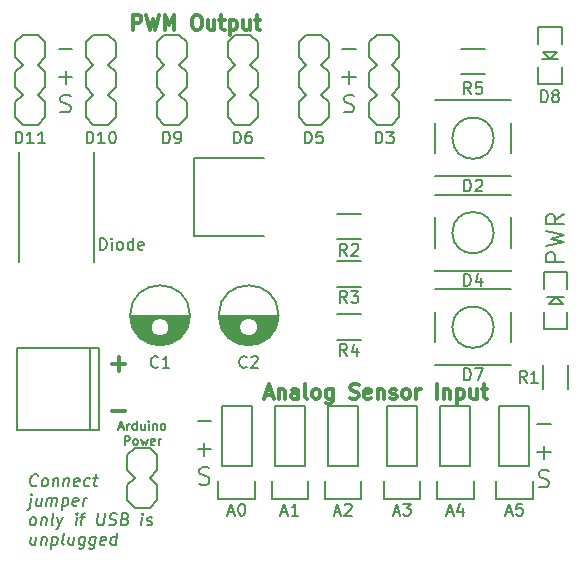
<source format=gbr>
G04 #@! TF.FileFunction,Legend,Top*
%FSLAX46Y46*%
G04 Gerber Fmt 4.6, Leading zero omitted, Abs format (unit mm)*
G04 Created by KiCad (PCBNEW 4.0.4-stable) date Friday, October 14, 2016 'PMt' 06:06:23 PM*
%MOMM*%
%LPD*%
G01*
G04 APERTURE LIST*
%ADD10C,0.100000*%
%ADD11C,0.150000*%
%ADD12C,0.300000*%
%ADD13C,0.203200*%
G04 APERTURE END LIST*
D10*
D11*
X116053572Y-96987500D02*
X116410715Y-96987500D01*
X115982144Y-97201786D02*
X116232144Y-96451786D01*
X116482144Y-97201786D01*
X116732143Y-97201786D02*
X116732143Y-96701786D01*
X116732143Y-96844643D02*
X116767858Y-96773214D01*
X116803572Y-96737500D01*
X116875001Y-96701786D01*
X116946429Y-96701786D01*
X117517858Y-97201786D02*
X117517858Y-96451786D01*
X117517858Y-97166071D02*
X117446429Y-97201786D01*
X117303572Y-97201786D01*
X117232144Y-97166071D01*
X117196429Y-97130357D01*
X117160715Y-97058929D01*
X117160715Y-96844643D01*
X117196429Y-96773214D01*
X117232144Y-96737500D01*
X117303572Y-96701786D01*
X117446429Y-96701786D01*
X117517858Y-96737500D01*
X118196429Y-96701786D02*
X118196429Y-97201786D01*
X117875000Y-96701786D02*
X117875000Y-97094643D01*
X117910715Y-97166071D01*
X117982143Y-97201786D01*
X118089286Y-97201786D01*
X118160715Y-97166071D01*
X118196429Y-97130357D01*
X118553571Y-97201786D02*
X118553571Y-96701786D01*
X118553571Y-96451786D02*
X118517857Y-96487500D01*
X118553571Y-96523214D01*
X118589286Y-96487500D01*
X118553571Y-96451786D01*
X118553571Y-96523214D01*
X118910714Y-96701786D02*
X118910714Y-97201786D01*
X118910714Y-96773214D02*
X118946429Y-96737500D01*
X119017857Y-96701786D01*
X119125000Y-96701786D01*
X119196429Y-96737500D01*
X119232143Y-96808929D01*
X119232143Y-97201786D01*
X119696428Y-97201786D02*
X119625000Y-97166071D01*
X119589285Y-97130357D01*
X119553571Y-97058929D01*
X119553571Y-96844643D01*
X119589285Y-96773214D01*
X119625000Y-96737500D01*
X119696428Y-96701786D01*
X119803571Y-96701786D01*
X119875000Y-96737500D01*
X119910714Y-96773214D01*
X119946428Y-96844643D01*
X119946428Y-97058929D01*
X119910714Y-97130357D01*
X119875000Y-97166071D01*
X119803571Y-97201786D01*
X119696428Y-97201786D01*
X116517857Y-98476786D02*
X116517857Y-97726786D01*
X116803572Y-97726786D01*
X116875000Y-97762500D01*
X116910715Y-97798214D01*
X116946429Y-97869643D01*
X116946429Y-97976786D01*
X116910715Y-98048214D01*
X116875000Y-98083929D01*
X116803572Y-98119643D01*
X116517857Y-98119643D01*
X117375000Y-98476786D02*
X117303572Y-98441071D01*
X117267857Y-98405357D01*
X117232143Y-98333929D01*
X117232143Y-98119643D01*
X117267857Y-98048214D01*
X117303572Y-98012500D01*
X117375000Y-97976786D01*
X117482143Y-97976786D01*
X117553572Y-98012500D01*
X117589286Y-98048214D01*
X117625000Y-98119643D01*
X117625000Y-98333929D01*
X117589286Y-98405357D01*
X117553572Y-98441071D01*
X117482143Y-98476786D01*
X117375000Y-98476786D01*
X117875000Y-97976786D02*
X118017857Y-98476786D01*
X118160714Y-98119643D01*
X118303571Y-98476786D01*
X118446428Y-97976786D01*
X119017857Y-98441071D02*
X118946428Y-98476786D01*
X118803571Y-98476786D01*
X118732142Y-98441071D01*
X118696428Y-98369643D01*
X118696428Y-98083929D01*
X118732142Y-98012500D01*
X118803571Y-97976786D01*
X118946428Y-97976786D01*
X119017857Y-98012500D01*
X119053571Y-98083929D01*
X119053571Y-98155357D01*
X118696428Y-98226786D01*
X119374999Y-98476786D02*
X119374999Y-97976786D01*
X119374999Y-98119643D02*
X119410714Y-98048214D01*
X119446428Y-98012500D01*
X119517857Y-97976786D01*
X119589285Y-97976786D01*
X109077381Y-101882143D02*
X109023810Y-101929762D01*
X108875000Y-101977381D01*
X108779762Y-101977381D01*
X108642857Y-101929762D01*
X108559524Y-101834524D01*
X108523809Y-101739286D01*
X108500000Y-101548810D01*
X108517857Y-101405952D01*
X108589286Y-101215476D01*
X108648809Y-101120238D01*
X108755952Y-101025000D01*
X108904762Y-100977381D01*
X109000000Y-100977381D01*
X109136905Y-101025000D01*
X109178572Y-101072619D01*
X109636904Y-101977381D02*
X109547619Y-101929762D01*
X109505952Y-101882143D01*
X109470238Y-101786905D01*
X109505952Y-101501190D01*
X109565476Y-101405952D01*
X109619047Y-101358333D01*
X109720238Y-101310714D01*
X109863096Y-101310714D01*
X109952381Y-101358333D01*
X109994048Y-101405952D01*
X110029762Y-101501190D01*
X109994048Y-101786905D01*
X109934524Y-101882143D01*
X109880953Y-101929762D01*
X109779762Y-101977381D01*
X109636904Y-101977381D01*
X110482143Y-101310714D02*
X110398809Y-101977381D01*
X110470238Y-101405952D02*
X110523809Y-101358333D01*
X110625000Y-101310714D01*
X110767858Y-101310714D01*
X110857143Y-101358333D01*
X110892858Y-101453571D01*
X110827381Y-101977381D01*
X111386905Y-101310714D02*
X111303571Y-101977381D01*
X111375000Y-101405952D02*
X111428571Y-101358333D01*
X111529762Y-101310714D01*
X111672620Y-101310714D01*
X111761905Y-101358333D01*
X111797620Y-101453571D01*
X111732143Y-101977381D01*
X112595239Y-101929762D02*
X112494048Y-101977381D01*
X112303571Y-101977381D01*
X112214286Y-101929762D01*
X112178572Y-101834524D01*
X112226191Y-101453571D01*
X112285714Y-101358333D01*
X112386905Y-101310714D01*
X112577382Y-101310714D01*
X112666667Y-101358333D01*
X112702382Y-101453571D01*
X112690477Y-101548810D01*
X112202381Y-101644048D01*
X113500001Y-101929762D02*
X113398810Y-101977381D01*
X113208333Y-101977381D01*
X113119048Y-101929762D01*
X113077381Y-101882143D01*
X113041667Y-101786905D01*
X113077381Y-101501190D01*
X113136905Y-101405952D01*
X113190476Y-101358333D01*
X113291667Y-101310714D01*
X113482144Y-101310714D01*
X113571429Y-101358333D01*
X113863096Y-101310714D02*
X114244048Y-101310714D01*
X114047619Y-100977381D02*
X113940477Y-101834524D01*
X113976191Y-101929762D01*
X114065476Y-101977381D01*
X114160714Y-101977381D01*
X108577381Y-102960714D02*
X108470238Y-103817857D01*
X108410714Y-103913095D01*
X108309524Y-103960714D01*
X108261905Y-103960714D01*
X108619047Y-102627381D02*
X108565476Y-102675000D01*
X108607143Y-102722619D01*
X108660714Y-102675000D01*
X108619047Y-102627381D01*
X108607143Y-102722619D01*
X109482143Y-102960714D02*
X109398809Y-103627381D01*
X109053571Y-102960714D02*
X108988095Y-103484524D01*
X109023809Y-103579762D01*
X109113094Y-103627381D01*
X109255952Y-103627381D01*
X109357143Y-103579762D01*
X109410714Y-103532143D01*
X109874999Y-103627381D02*
X109958333Y-102960714D01*
X109946428Y-103055952D02*
X109999999Y-103008333D01*
X110101190Y-102960714D01*
X110244048Y-102960714D01*
X110333333Y-103008333D01*
X110369048Y-103103571D01*
X110303571Y-103627381D01*
X110369048Y-103103571D02*
X110428571Y-103008333D01*
X110529762Y-102960714D01*
X110672619Y-102960714D01*
X110761904Y-103008333D01*
X110797619Y-103103571D01*
X110732142Y-103627381D01*
X111291666Y-102960714D02*
X111166666Y-103960714D01*
X111285713Y-103008333D02*
X111386904Y-102960714D01*
X111577381Y-102960714D01*
X111666666Y-103008333D01*
X111708333Y-103055952D01*
X111744047Y-103151190D01*
X111708333Y-103436905D01*
X111648809Y-103532143D01*
X111595238Y-103579762D01*
X111494047Y-103627381D01*
X111303570Y-103627381D01*
X111214285Y-103579762D01*
X112500000Y-103579762D02*
X112398809Y-103627381D01*
X112208332Y-103627381D01*
X112119047Y-103579762D01*
X112083333Y-103484524D01*
X112130952Y-103103571D01*
X112190475Y-103008333D01*
X112291666Y-102960714D01*
X112482143Y-102960714D01*
X112571428Y-103008333D01*
X112607143Y-103103571D01*
X112595238Y-103198810D01*
X112107142Y-103294048D01*
X112970237Y-103627381D02*
X113053571Y-102960714D01*
X113029761Y-103151190D02*
X113089285Y-103055952D01*
X113142856Y-103008333D01*
X113244047Y-102960714D01*
X113339286Y-102960714D01*
X108636904Y-105277381D02*
X108547619Y-105229762D01*
X108505952Y-105182143D01*
X108470238Y-105086905D01*
X108505952Y-104801190D01*
X108565476Y-104705952D01*
X108619047Y-104658333D01*
X108720238Y-104610714D01*
X108863096Y-104610714D01*
X108952381Y-104658333D01*
X108994048Y-104705952D01*
X109029762Y-104801190D01*
X108994048Y-105086905D01*
X108934524Y-105182143D01*
X108880953Y-105229762D01*
X108779762Y-105277381D01*
X108636904Y-105277381D01*
X109482143Y-104610714D02*
X109398809Y-105277381D01*
X109470238Y-104705952D02*
X109523809Y-104658333D01*
X109625000Y-104610714D01*
X109767858Y-104610714D01*
X109857143Y-104658333D01*
X109892858Y-104753571D01*
X109827381Y-105277381D01*
X110446428Y-105277381D02*
X110357143Y-105229762D01*
X110321429Y-105134524D01*
X110428571Y-104277381D01*
X110815477Y-104610714D02*
X110970238Y-105277381D01*
X111291668Y-104610714D02*
X110970238Y-105277381D01*
X110845238Y-105515476D01*
X110791667Y-105563095D01*
X110690477Y-105610714D01*
X112351191Y-105277381D02*
X112434525Y-104610714D01*
X112476191Y-104277381D02*
X112422620Y-104325000D01*
X112464287Y-104372619D01*
X112517858Y-104325000D01*
X112476191Y-104277381D01*
X112464287Y-104372619D01*
X112767858Y-104610714D02*
X113148810Y-104610714D01*
X112827381Y-105277381D02*
X112934524Y-104420238D01*
X112994048Y-104325000D01*
X113095238Y-104277381D01*
X113190476Y-104277381D01*
X114285715Y-104277381D02*
X114184525Y-105086905D01*
X114220239Y-105182143D01*
X114261906Y-105229762D01*
X114351191Y-105277381D01*
X114541668Y-105277381D01*
X114642859Y-105229762D01*
X114696430Y-105182143D01*
X114755954Y-105086905D01*
X114857144Y-104277381D01*
X115166668Y-105229762D02*
X115303572Y-105277381D01*
X115541668Y-105277381D01*
X115642859Y-105229762D01*
X115696430Y-105182143D01*
X115755954Y-105086905D01*
X115767859Y-104991667D01*
X115732144Y-104896429D01*
X115690478Y-104848810D01*
X115601192Y-104801190D01*
X115416668Y-104753571D01*
X115327382Y-104705952D01*
X115285715Y-104658333D01*
X115250001Y-104563095D01*
X115261906Y-104467857D01*
X115321430Y-104372619D01*
X115375001Y-104325000D01*
X115476191Y-104277381D01*
X115714287Y-104277381D01*
X115851192Y-104325000D01*
X116559526Y-104753571D02*
X116696430Y-104801190D01*
X116738097Y-104848810D01*
X116773811Y-104944048D01*
X116755954Y-105086905D01*
X116696430Y-105182143D01*
X116642859Y-105229762D01*
X116541668Y-105277381D01*
X116160715Y-105277381D01*
X116285715Y-104277381D01*
X116619049Y-104277381D01*
X116708335Y-104325000D01*
X116750002Y-104372619D01*
X116785716Y-104467857D01*
X116773811Y-104563095D01*
X116714287Y-104658333D01*
X116660716Y-104705952D01*
X116559526Y-104753571D01*
X116226192Y-104753571D01*
X117922620Y-105277381D02*
X118005954Y-104610714D01*
X118047620Y-104277381D02*
X117994049Y-104325000D01*
X118035716Y-104372619D01*
X118089287Y-104325000D01*
X118047620Y-104277381D01*
X118035716Y-104372619D01*
X118357144Y-105229762D02*
X118446429Y-105277381D01*
X118636905Y-105277381D01*
X118738097Y-105229762D01*
X118797621Y-105134524D01*
X118803573Y-105086905D01*
X118767859Y-104991667D01*
X118678572Y-104944048D01*
X118535715Y-104944048D01*
X118446429Y-104896429D01*
X118410715Y-104801190D01*
X118416668Y-104753571D01*
X118476191Y-104658333D01*
X118577382Y-104610714D01*
X118720239Y-104610714D01*
X118809525Y-104658333D01*
X109005953Y-106260714D02*
X108922619Y-106927381D01*
X108577381Y-106260714D02*
X108511905Y-106784524D01*
X108547619Y-106879762D01*
X108636904Y-106927381D01*
X108779762Y-106927381D01*
X108880953Y-106879762D01*
X108934524Y-106832143D01*
X109482143Y-106260714D02*
X109398809Y-106927381D01*
X109470238Y-106355952D02*
X109523809Y-106308333D01*
X109625000Y-106260714D01*
X109767858Y-106260714D01*
X109857143Y-106308333D01*
X109892858Y-106403571D01*
X109827381Y-106927381D01*
X110386905Y-106260714D02*
X110261905Y-107260714D01*
X110380952Y-106308333D02*
X110482143Y-106260714D01*
X110672620Y-106260714D01*
X110761905Y-106308333D01*
X110803572Y-106355952D01*
X110839286Y-106451190D01*
X110803572Y-106736905D01*
X110744048Y-106832143D01*
X110690477Y-106879762D01*
X110589286Y-106927381D01*
X110398809Y-106927381D01*
X110309524Y-106879762D01*
X111351190Y-106927381D02*
X111261905Y-106879762D01*
X111226191Y-106784524D01*
X111333333Y-105927381D01*
X112244049Y-106260714D02*
X112160715Y-106927381D01*
X111815477Y-106260714D02*
X111750001Y-106784524D01*
X111785715Y-106879762D01*
X111875000Y-106927381D01*
X112017858Y-106927381D01*
X112119049Y-106879762D01*
X112172620Y-106832143D01*
X113148811Y-106260714D02*
X113047620Y-107070238D01*
X112988096Y-107165476D01*
X112934525Y-107213095D01*
X112833334Y-107260714D01*
X112690477Y-107260714D01*
X112601191Y-107213095D01*
X113071430Y-106879762D02*
X112970239Y-106927381D01*
X112779762Y-106927381D01*
X112690477Y-106879762D01*
X112648810Y-106832143D01*
X112613096Y-106736905D01*
X112648810Y-106451190D01*
X112708334Y-106355952D01*
X112761905Y-106308333D01*
X112863096Y-106260714D01*
X113053573Y-106260714D01*
X113142858Y-106308333D01*
X114053573Y-106260714D02*
X113952382Y-107070238D01*
X113892858Y-107165476D01*
X113839287Y-107213095D01*
X113738096Y-107260714D01*
X113595239Y-107260714D01*
X113505953Y-107213095D01*
X113976192Y-106879762D02*
X113875001Y-106927381D01*
X113684524Y-106927381D01*
X113595239Y-106879762D01*
X113553572Y-106832143D01*
X113517858Y-106736905D01*
X113553572Y-106451190D01*
X113613096Y-106355952D01*
X113666667Y-106308333D01*
X113767858Y-106260714D01*
X113958335Y-106260714D01*
X114047620Y-106308333D01*
X114833335Y-106879762D02*
X114732144Y-106927381D01*
X114541667Y-106927381D01*
X114452382Y-106879762D01*
X114416668Y-106784524D01*
X114464287Y-106403571D01*
X114523810Y-106308333D01*
X114625001Y-106260714D01*
X114815478Y-106260714D01*
X114904763Y-106308333D01*
X114940478Y-106403571D01*
X114928573Y-106498810D01*
X114440477Y-106594048D01*
X115732144Y-106927381D02*
X115857144Y-105927381D01*
X115738097Y-106879762D02*
X115636906Y-106927381D01*
X115446429Y-106927381D01*
X115357144Y-106879762D01*
X115315477Y-106832143D01*
X115279763Y-106736905D01*
X115315477Y-106451190D01*
X115375001Y-106355952D01*
X115428572Y-106308333D01*
X115529763Y-106260714D01*
X115720240Y-106260714D01*
X115809525Y-106308333D01*
X153678571Y-83000000D02*
X152178571Y-83000000D01*
X152178571Y-82428572D01*
X152250000Y-82285714D01*
X152321429Y-82214286D01*
X152464286Y-82142857D01*
X152678571Y-82142857D01*
X152821429Y-82214286D01*
X152892857Y-82285714D01*
X152964286Y-82428572D01*
X152964286Y-83000000D01*
X152178571Y-81642857D02*
X153678571Y-81285714D01*
X152607143Y-81000000D01*
X153678571Y-80714286D01*
X152178571Y-80357143D01*
X153678571Y-78928571D02*
X152964286Y-79428571D01*
X153678571Y-79785714D02*
X152178571Y-79785714D01*
X152178571Y-79214286D01*
X152250000Y-79071428D01*
X152321429Y-79000000D01*
X152464286Y-78928571D01*
X152678571Y-78928571D01*
X152821429Y-79000000D01*
X152892857Y-79071428D01*
X152964286Y-79214286D01*
X152964286Y-79785714D01*
X151761905Y-69452381D02*
X151761905Y-68452381D01*
X152000000Y-68452381D01*
X152142858Y-68500000D01*
X152238096Y-68595238D01*
X152285715Y-68690476D01*
X152333334Y-68880952D01*
X152333334Y-69023810D01*
X152285715Y-69214286D01*
X152238096Y-69309524D01*
X152142858Y-69404762D01*
X152000000Y-69452381D01*
X151761905Y-69452381D01*
X152904762Y-68880952D02*
X152809524Y-68833333D01*
X152761905Y-68785714D01*
X152714286Y-68690476D01*
X152714286Y-68642857D01*
X152761905Y-68547619D01*
X152809524Y-68500000D01*
X152904762Y-68452381D01*
X153095239Y-68452381D01*
X153190477Y-68500000D01*
X153238096Y-68547619D01*
X153285715Y-68642857D01*
X153285715Y-68690476D01*
X153238096Y-68785714D01*
X153190477Y-68833333D01*
X153095239Y-68880952D01*
X152904762Y-68880952D01*
X152809524Y-68928571D01*
X152761905Y-68976190D01*
X152714286Y-69071429D01*
X152714286Y-69261905D01*
X152761905Y-69357143D01*
X152809524Y-69404762D01*
X152904762Y-69452381D01*
X153095239Y-69452381D01*
X153190477Y-69404762D01*
X153238096Y-69357143D01*
X153285715Y-69261905D01*
X153285715Y-69071429D01*
X153238096Y-68976190D01*
X153190477Y-68928571D01*
X153095239Y-68880952D01*
X134928572Y-64957143D02*
X136071429Y-64957143D01*
X134928572Y-67357143D02*
X136071429Y-67357143D01*
X135500000Y-67928571D02*
X135500000Y-66785714D01*
X135071429Y-70257143D02*
X135285715Y-70328571D01*
X135642858Y-70328571D01*
X135785715Y-70257143D01*
X135857144Y-70185714D01*
X135928572Y-70042857D01*
X135928572Y-69900000D01*
X135857144Y-69757143D01*
X135785715Y-69685714D01*
X135642858Y-69614286D01*
X135357144Y-69542857D01*
X135214286Y-69471429D01*
X135142858Y-69400000D01*
X135071429Y-69257143D01*
X135071429Y-69114286D01*
X135142858Y-68971429D01*
X135214286Y-68900000D01*
X135357144Y-68828571D01*
X135714286Y-68828571D01*
X135928572Y-68900000D01*
X110928572Y-64957143D02*
X112071429Y-64957143D01*
X110928572Y-67357143D02*
X112071429Y-67357143D01*
X111500000Y-67928571D02*
X111500000Y-66785714D01*
X111071429Y-70257143D02*
X111285715Y-70328571D01*
X111642858Y-70328571D01*
X111785715Y-70257143D01*
X111857144Y-70185714D01*
X111928572Y-70042857D01*
X111928572Y-69900000D01*
X111857144Y-69757143D01*
X111785715Y-69685714D01*
X111642858Y-69614286D01*
X111357144Y-69542857D01*
X111214286Y-69471429D01*
X111142858Y-69400000D01*
X111071429Y-69257143D01*
X111071429Y-69114286D01*
X111142858Y-68971429D01*
X111214286Y-68900000D01*
X111357144Y-68828571D01*
X111714286Y-68828571D01*
X111928572Y-68900000D01*
X151428572Y-96707143D02*
X152571429Y-96707143D01*
X151428572Y-99107143D02*
X152571429Y-99107143D01*
X152000000Y-99678571D02*
X152000000Y-98535714D01*
X151571429Y-102007143D02*
X151785715Y-102078571D01*
X152142858Y-102078571D01*
X152285715Y-102007143D01*
X152357144Y-101935714D01*
X152428572Y-101792857D01*
X152428572Y-101650000D01*
X152357144Y-101507143D01*
X152285715Y-101435714D01*
X152142858Y-101364286D01*
X151857144Y-101292857D01*
X151714286Y-101221429D01*
X151642858Y-101150000D01*
X151571429Y-101007143D01*
X151571429Y-100864286D01*
X151642858Y-100721429D01*
X151714286Y-100650000D01*
X151857144Y-100578571D01*
X152214286Y-100578571D01*
X152428572Y-100650000D01*
X122678572Y-96457143D02*
X123821429Y-96457143D01*
X122678572Y-98857143D02*
X123821429Y-98857143D01*
X123250000Y-99428571D02*
X123250000Y-98285714D01*
X122821429Y-101757143D02*
X123035715Y-101828571D01*
X123392858Y-101828571D01*
X123535715Y-101757143D01*
X123607144Y-101685714D01*
X123678572Y-101542857D01*
X123678572Y-101400000D01*
X123607144Y-101257143D01*
X123535715Y-101185714D01*
X123392858Y-101114286D01*
X123107144Y-101042857D01*
X122964286Y-100971429D01*
X122892858Y-100900000D01*
X122821429Y-100757143D01*
X122821429Y-100614286D01*
X122892858Y-100471429D01*
X122964286Y-100400000D01*
X123107144Y-100328571D01*
X123464286Y-100328571D01*
X123678572Y-100400000D01*
D12*
X117202382Y-63315476D02*
X117202382Y-62065476D01*
X117678573Y-62065476D01*
X117797620Y-62125000D01*
X117857144Y-62184524D01*
X117916668Y-62303571D01*
X117916668Y-62482143D01*
X117857144Y-62601190D01*
X117797620Y-62660714D01*
X117678573Y-62720238D01*
X117202382Y-62720238D01*
X118333334Y-62065476D02*
X118630953Y-63315476D01*
X118869049Y-62422619D01*
X119107144Y-63315476D01*
X119404763Y-62065476D01*
X119880953Y-63315476D02*
X119880953Y-62065476D01*
X120297620Y-62958333D01*
X120714286Y-62065476D01*
X120714286Y-63315476D01*
X122500000Y-62065476D02*
X122738096Y-62065476D01*
X122857143Y-62125000D01*
X122976191Y-62244048D01*
X123035715Y-62482143D01*
X123035715Y-62898810D01*
X122976191Y-63136905D01*
X122857143Y-63255952D01*
X122738096Y-63315476D01*
X122500000Y-63315476D01*
X122380953Y-63255952D01*
X122261905Y-63136905D01*
X122202381Y-62898810D01*
X122202381Y-62482143D01*
X122261905Y-62244048D01*
X122380953Y-62125000D01*
X122500000Y-62065476D01*
X124107143Y-62482143D02*
X124107143Y-63315476D01*
X123571429Y-62482143D02*
X123571429Y-63136905D01*
X123630953Y-63255952D01*
X123750000Y-63315476D01*
X123928572Y-63315476D01*
X124047620Y-63255952D01*
X124107143Y-63196429D01*
X124523810Y-62482143D02*
X125000000Y-62482143D01*
X124702381Y-62065476D02*
X124702381Y-63136905D01*
X124761905Y-63255952D01*
X124880952Y-63315476D01*
X125000000Y-63315476D01*
X125416667Y-62482143D02*
X125416667Y-63732143D01*
X125416667Y-62541667D02*
X125535715Y-62482143D01*
X125773810Y-62482143D01*
X125892858Y-62541667D01*
X125952381Y-62601190D01*
X126011905Y-62720238D01*
X126011905Y-63077381D01*
X125952381Y-63196429D01*
X125892858Y-63255952D01*
X125773810Y-63315476D01*
X125535715Y-63315476D01*
X125416667Y-63255952D01*
X127083333Y-62482143D02*
X127083333Y-63315476D01*
X126547619Y-62482143D02*
X126547619Y-63136905D01*
X126607143Y-63255952D01*
X126726190Y-63315476D01*
X126904762Y-63315476D01*
X127023810Y-63255952D01*
X127083333Y-63196429D01*
X127500000Y-62482143D02*
X127976190Y-62482143D01*
X127678571Y-62065476D02*
X127678571Y-63136905D01*
X127738095Y-63255952D01*
X127857142Y-63315476D01*
X127976190Y-63315476D01*
X115428572Y-95607143D02*
X116571429Y-95607143D01*
X115428572Y-91607143D02*
X116571429Y-91607143D01*
X116000000Y-92178571D02*
X116000000Y-91035714D01*
X128404763Y-94208333D02*
X129000001Y-94208333D01*
X128285716Y-94565476D02*
X128702382Y-93315476D01*
X129119049Y-94565476D01*
X129535716Y-93732143D02*
X129535716Y-94565476D01*
X129535716Y-93851190D02*
X129595240Y-93791667D01*
X129714287Y-93732143D01*
X129892859Y-93732143D01*
X130011907Y-93791667D01*
X130071430Y-93910714D01*
X130071430Y-94565476D01*
X131202382Y-94565476D02*
X131202382Y-93910714D01*
X131142859Y-93791667D01*
X131023811Y-93732143D01*
X130785716Y-93732143D01*
X130666668Y-93791667D01*
X131202382Y-94505952D02*
X131083335Y-94565476D01*
X130785716Y-94565476D01*
X130666668Y-94505952D01*
X130607144Y-94386905D01*
X130607144Y-94267857D01*
X130666668Y-94148810D01*
X130785716Y-94089286D01*
X131083335Y-94089286D01*
X131202382Y-94029762D01*
X131976191Y-94565476D02*
X131857144Y-94505952D01*
X131797620Y-94386905D01*
X131797620Y-93315476D01*
X132630953Y-94565476D02*
X132511906Y-94505952D01*
X132452382Y-94446429D01*
X132392858Y-94327381D01*
X132392858Y-93970238D01*
X132452382Y-93851190D01*
X132511906Y-93791667D01*
X132630953Y-93732143D01*
X132809525Y-93732143D01*
X132928573Y-93791667D01*
X132988096Y-93851190D01*
X133047620Y-93970238D01*
X133047620Y-94327381D01*
X132988096Y-94446429D01*
X132928573Y-94505952D01*
X132809525Y-94565476D01*
X132630953Y-94565476D01*
X134119048Y-93732143D02*
X134119048Y-94744048D01*
X134059525Y-94863095D01*
X134000001Y-94922619D01*
X133880953Y-94982143D01*
X133702382Y-94982143D01*
X133583334Y-94922619D01*
X134119048Y-94505952D02*
X134000001Y-94565476D01*
X133761905Y-94565476D01*
X133642858Y-94505952D01*
X133583334Y-94446429D01*
X133523810Y-94327381D01*
X133523810Y-93970238D01*
X133583334Y-93851190D01*
X133642858Y-93791667D01*
X133761905Y-93732143D01*
X134000001Y-93732143D01*
X134119048Y-93791667D01*
X135607143Y-94505952D02*
X135785715Y-94565476D01*
X136083334Y-94565476D01*
X136202381Y-94505952D01*
X136261905Y-94446429D01*
X136321429Y-94327381D01*
X136321429Y-94208333D01*
X136261905Y-94089286D01*
X136202381Y-94029762D01*
X136083334Y-93970238D01*
X135845238Y-93910714D01*
X135726191Y-93851190D01*
X135666667Y-93791667D01*
X135607143Y-93672619D01*
X135607143Y-93553571D01*
X135666667Y-93434524D01*
X135726191Y-93375000D01*
X135845238Y-93315476D01*
X136142858Y-93315476D01*
X136321429Y-93375000D01*
X137333334Y-94505952D02*
X137214286Y-94565476D01*
X136976191Y-94565476D01*
X136857143Y-94505952D01*
X136797619Y-94386905D01*
X136797619Y-93910714D01*
X136857143Y-93791667D01*
X136976191Y-93732143D01*
X137214286Y-93732143D01*
X137333334Y-93791667D01*
X137392857Y-93910714D01*
X137392857Y-94029762D01*
X136797619Y-94148810D01*
X137928572Y-93732143D02*
X137928572Y-94565476D01*
X137928572Y-93851190D02*
X137988096Y-93791667D01*
X138107143Y-93732143D01*
X138285715Y-93732143D01*
X138404763Y-93791667D01*
X138464286Y-93910714D01*
X138464286Y-94565476D01*
X139000000Y-94505952D02*
X139119048Y-94565476D01*
X139357143Y-94565476D01*
X139476191Y-94505952D01*
X139535715Y-94386905D01*
X139535715Y-94327381D01*
X139476191Y-94208333D01*
X139357143Y-94148810D01*
X139178572Y-94148810D01*
X139059524Y-94089286D01*
X139000000Y-93970238D01*
X139000000Y-93910714D01*
X139059524Y-93791667D01*
X139178572Y-93732143D01*
X139357143Y-93732143D01*
X139476191Y-93791667D01*
X140250000Y-94565476D02*
X140130953Y-94505952D01*
X140071429Y-94446429D01*
X140011905Y-94327381D01*
X140011905Y-93970238D01*
X140071429Y-93851190D01*
X140130953Y-93791667D01*
X140250000Y-93732143D01*
X140428572Y-93732143D01*
X140547620Y-93791667D01*
X140607143Y-93851190D01*
X140666667Y-93970238D01*
X140666667Y-94327381D01*
X140607143Y-94446429D01*
X140547620Y-94505952D01*
X140428572Y-94565476D01*
X140250000Y-94565476D01*
X141202381Y-94565476D02*
X141202381Y-93732143D01*
X141202381Y-93970238D02*
X141261905Y-93851190D01*
X141321429Y-93791667D01*
X141440476Y-93732143D01*
X141559524Y-93732143D01*
X142928572Y-94565476D02*
X142928572Y-93315476D01*
X143523810Y-93732143D02*
X143523810Y-94565476D01*
X143523810Y-93851190D02*
X143583334Y-93791667D01*
X143702381Y-93732143D01*
X143880953Y-93732143D01*
X144000001Y-93791667D01*
X144059524Y-93910714D01*
X144059524Y-94565476D01*
X144654762Y-93732143D02*
X144654762Y-94982143D01*
X144654762Y-93791667D02*
X144773810Y-93732143D01*
X145011905Y-93732143D01*
X145130953Y-93791667D01*
X145190476Y-93851190D01*
X145250000Y-93970238D01*
X145250000Y-94327381D01*
X145190476Y-94446429D01*
X145130953Y-94505952D01*
X145011905Y-94565476D01*
X144773810Y-94565476D01*
X144654762Y-94505952D01*
X146321428Y-93732143D02*
X146321428Y-94565476D01*
X145785714Y-93732143D02*
X145785714Y-94386905D01*
X145845238Y-94505952D01*
X145964285Y-94565476D01*
X146142857Y-94565476D01*
X146261905Y-94505952D01*
X146321428Y-94446429D01*
X146738095Y-93732143D02*
X147214285Y-93732143D01*
X146916666Y-93315476D02*
X146916666Y-94386905D01*
X146976190Y-94505952D01*
X147095237Y-94565476D01*
X147214285Y-94565476D01*
D11*
X121999000Y-87575000D02*
X117001000Y-87575000D01*
X121991000Y-87715000D02*
X119654000Y-87715000D01*
X119346000Y-87715000D02*
X117009000Y-87715000D01*
X121975000Y-87855000D02*
X119973000Y-87855000D01*
X119027000Y-87855000D02*
X117025000Y-87855000D01*
X121951000Y-87995000D02*
X120120000Y-87995000D01*
X118880000Y-87995000D02*
X117049000Y-87995000D01*
X121918000Y-88135000D02*
X120212000Y-88135000D01*
X118788000Y-88135000D02*
X117082000Y-88135000D01*
X121877000Y-88275000D02*
X120268000Y-88275000D01*
X118732000Y-88275000D02*
X117123000Y-88275000D01*
X121827000Y-88415000D02*
X120295000Y-88415000D01*
X118705000Y-88415000D02*
X117173000Y-88415000D01*
X121766000Y-88555000D02*
X120298000Y-88555000D01*
X118702000Y-88555000D02*
X117234000Y-88555000D01*
X121696000Y-88695000D02*
X120276000Y-88695000D01*
X118724000Y-88695000D02*
X117304000Y-88695000D01*
X121614000Y-88835000D02*
X120226000Y-88835000D01*
X118774000Y-88835000D02*
X117386000Y-88835000D01*
X121519000Y-88975000D02*
X120144000Y-88975000D01*
X118856000Y-88975000D02*
X117481000Y-88975000D01*
X121408000Y-89115000D02*
X120012000Y-89115000D01*
X118988000Y-89115000D02*
X117592000Y-89115000D01*
X121280000Y-89255000D02*
X119765000Y-89255000D01*
X119235000Y-89255000D02*
X117720000Y-89255000D01*
X121131000Y-89395000D02*
X117869000Y-89395000D01*
X120952000Y-89535000D02*
X118048000Y-89535000D01*
X120733000Y-89675000D02*
X118267000Y-89675000D01*
X120444000Y-89815000D02*
X118556000Y-89815000D01*
X119972000Y-89955000D02*
X119028000Y-89955000D01*
X120300000Y-88500000D02*
G75*
G03X120300000Y-88500000I-800000J0D01*
G01*
X122037500Y-87500000D02*
G75*
G03X122037500Y-87500000I-2537500J0D01*
G01*
X129499000Y-87575000D02*
X124501000Y-87575000D01*
X129491000Y-87715000D02*
X127154000Y-87715000D01*
X126846000Y-87715000D02*
X124509000Y-87715000D01*
X129475000Y-87855000D02*
X127473000Y-87855000D01*
X126527000Y-87855000D02*
X124525000Y-87855000D01*
X129451000Y-87995000D02*
X127620000Y-87995000D01*
X126380000Y-87995000D02*
X124549000Y-87995000D01*
X129418000Y-88135000D02*
X127712000Y-88135000D01*
X126288000Y-88135000D02*
X124582000Y-88135000D01*
X129377000Y-88275000D02*
X127768000Y-88275000D01*
X126232000Y-88275000D02*
X124623000Y-88275000D01*
X129327000Y-88415000D02*
X127795000Y-88415000D01*
X126205000Y-88415000D02*
X124673000Y-88415000D01*
X129266000Y-88555000D02*
X127798000Y-88555000D01*
X126202000Y-88555000D02*
X124734000Y-88555000D01*
X129196000Y-88695000D02*
X127776000Y-88695000D01*
X126224000Y-88695000D02*
X124804000Y-88695000D01*
X129114000Y-88835000D02*
X127726000Y-88835000D01*
X126274000Y-88835000D02*
X124886000Y-88835000D01*
X129019000Y-88975000D02*
X127644000Y-88975000D01*
X126356000Y-88975000D02*
X124981000Y-88975000D01*
X128908000Y-89115000D02*
X127512000Y-89115000D01*
X126488000Y-89115000D02*
X125092000Y-89115000D01*
X128780000Y-89255000D02*
X127265000Y-89255000D01*
X126735000Y-89255000D02*
X125220000Y-89255000D01*
X128631000Y-89395000D02*
X125369000Y-89395000D01*
X128452000Y-89535000D02*
X125548000Y-89535000D01*
X128233000Y-89675000D02*
X125767000Y-89675000D01*
X127944000Y-89815000D02*
X126056000Y-89815000D01*
X127472000Y-89955000D02*
X126528000Y-89955000D01*
X127800000Y-88500000D02*
G75*
G03X127800000Y-88500000I-800000J0D01*
G01*
X129537500Y-87500000D02*
G75*
G03X129537500Y-87500000I-2537500J0D01*
G01*
X107550000Y-83000000D02*
X107550000Y-73700000D01*
X113950000Y-73700000D02*
X113950000Y-83000000D01*
D13*
X152001780Y-87248220D02*
X152001780Y-88647760D01*
X152001780Y-88647760D02*
X153998220Y-88647760D01*
X153998220Y-88647760D02*
X153998220Y-87248220D01*
X152001780Y-85251780D02*
X152001780Y-83852240D01*
X152001780Y-83852240D02*
X153998220Y-83852240D01*
X153998220Y-83852240D02*
X153998220Y-85251780D01*
X152301500Y-85950280D02*
X153000000Y-85950280D01*
X153000000Y-85950280D02*
X153698500Y-85950280D01*
X153000000Y-85950280D02*
X152400560Y-86549720D01*
X152400560Y-86549720D02*
X153599440Y-86549720D01*
X153599440Y-86549720D02*
X153000000Y-85950280D01*
X153498220Y-64501780D02*
X153498220Y-63102240D01*
X153498220Y-63102240D02*
X151501780Y-63102240D01*
X151501780Y-63102240D02*
X151501780Y-64501780D01*
X153498220Y-66498220D02*
X153498220Y-67897760D01*
X153498220Y-67897760D02*
X151501780Y-67897760D01*
X151501780Y-67897760D02*
X151501780Y-66498220D01*
X153198500Y-65799720D02*
X152500000Y-65799720D01*
X152500000Y-65799720D02*
X151801500Y-65799720D01*
X152500000Y-65799720D02*
X153099440Y-65200280D01*
X153099440Y-65200280D02*
X151900560Y-65200280D01*
X151900560Y-65200280D02*
X152500000Y-65799720D01*
X107351480Y-97247520D02*
X107351480Y-90252360D01*
X107351480Y-90252360D02*
X113549080Y-90252360D01*
X113549080Y-90252360D02*
X114349180Y-90252360D01*
X114349180Y-90252360D02*
X114349180Y-97247520D01*
X114349180Y-97247520D02*
X113549080Y-97247520D01*
X113549080Y-97247520D02*
X107351480Y-97247520D01*
X113549080Y-90252360D02*
X113549080Y-97247520D01*
D11*
X124450000Y-101500000D02*
X124450000Y-103050000D01*
X124450000Y-103050000D02*
X127550000Y-103050000D01*
X127550000Y-103050000D02*
X127550000Y-101500000D01*
X124730000Y-100230000D02*
X124730000Y-95150000D01*
X124730000Y-95150000D02*
X127270000Y-95150000D01*
X127270000Y-95150000D02*
X127270000Y-100230000D01*
X127270000Y-100230000D02*
X124730000Y-100230000D01*
X128950000Y-101500000D02*
X128950000Y-103050000D01*
X128950000Y-103050000D02*
X132050000Y-103050000D01*
X132050000Y-103050000D02*
X132050000Y-101500000D01*
X129230000Y-100230000D02*
X129230000Y-95150000D01*
X129230000Y-95150000D02*
X131770000Y-95150000D01*
X131770000Y-95150000D02*
X131770000Y-100230000D01*
X131770000Y-100230000D02*
X129230000Y-100230000D01*
X133450000Y-101500000D02*
X133450000Y-103050000D01*
X133450000Y-103050000D02*
X136550000Y-103050000D01*
X136550000Y-103050000D02*
X136550000Y-101500000D01*
X133730000Y-100230000D02*
X133730000Y-95150000D01*
X133730000Y-95150000D02*
X136270000Y-95150000D01*
X136270000Y-95150000D02*
X136270000Y-100230000D01*
X136270000Y-100230000D02*
X133730000Y-100230000D01*
X138450000Y-101500000D02*
X138450000Y-103050000D01*
X138450000Y-103050000D02*
X141550000Y-103050000D01*
X141550000Y-103050000D02*
X141550000Y-101500000D01*
X138730000Y-100230000D02*
X138730000Y-95150000D01*
X138730000Y-95150000D02*
X141270000Y-95150000D01*
X141270000Y-95150000D02*
X141270000Y-100230000D01*
X141270000Y-100230000D02*
X138730000Y-100230000D01*
X142950000Y-101500000D02*
X142950000Y-103050000D01*
X142950000Y-103050000D02*
X146050000Y-103050000D01*
X146050000Y-103050000D02*
X146050000Y-101500000D01*
X143230000Y-100230000D02*
X143230000Y-95150000D01*
X143230000Y-95150000D02*
X145770000Y-95150000D01*
X145770000Y-95150000D02*
X145770000Y-100230000D01*
X145770000Y-100230000D02*
X143230000Y-100230000D01*
X147950000Y-101500000D02*
X147950000Y-103050000D01*
X147950000Y-103050000D02*
X151050000Y-103050000D01*
X151050000Y-103050000D02*
X151050000Y-101500000D01*
X148230000Y-100230000D02*
X148230000Y-95150000D01*
X148230000Y-95150000D02*
X150770000Y-95150000D01*
X150770000Y-95150000D02*
X150770000Y-100230000D01*
X150770000Y-100230000D02*
X148230000Y-100230000D01*
D13*
X109135000Y-68810000D02*
X109770000Y-69445000D01*
X109770000Y-69445000D02*
X109770000Y-70715000D01*
X109770000Y-70715000D02*
X109135000Y-71350000D01*
X107865000Y-71350000D02*
X107230000Y-70715000D01*
X107230000Y-70715000D02*
X107230000Y-69445000D01*
X107230000Y-69445000D02*
X107865000Y-68810000D01*
X109770000Y-64365000D02*
X109770000Y-65635000D01*
X109770000Y-65635000D02*
X109135000Y-66270000D01*
X107865000Y-66270000D02*
X107230000Y-65635000D01*
X109135000Y-66270000D02*
X109770000Y-66905000D01*
X109770000Y-66905000D02*
X109770000Y-68175000D01*
X109770000Y-68175000D02*
X109135000Y-68810000D01*
X107865000Y-68810000D02*
X107230000Y-68175000D01*
X107230000Y-68175000D02*
X107230000Y-66905000D01*
X107230000Y-66905000D02*
X107865000Y-66270000D01*
X109135000Y-63730000D02*
X107865000Y-63730000D01*
X109770000Y-64365000D02*
X109135000Y-63730000D01*
X107865000Y-63730000D02*
X107230000Y-64365000D01*
X107230000Y-65635000D02*
X107230000Y-64365000D01*
X109135000Y-71350000D02*
X107865000Y-71350000D01*
X115135000Y-68810000D02*
X115770000Y-69445000D01*
X115770000Y-69445000D02*
X115770000Y-70715000D01*
X115770000Y-70715000D02*
X115135000Y-71350000D01*
X113865000Y-71350000D02*
X113230000Y-70715000D01*
X113230000Y-70715000D02*
X113230000Y-69445000D01*
X113230000Y-69445000D02*
X113865000Y-68810000D01*
X115770000Y-64365000D02*
X115770000Y-65635000D01*
X115770000Y-65635000D02*
X115135000Y-66270000D01*
X113865000Y-66270000D02*
X113230000Y-65635000D01*
X115135000Y-66270000D02*
X115770000Y-66905000D01*
X115770000Y-66905000D02*
X115770000Y-68175000D01*
X115770000Y-68175000D02*
X115135000Y-68810000D01*
X113865000Y-68810000D02*
X113230000Y-68175000D01*
X113230000Y-68175000D02*
X113230000Y-66905000D01*
X113230000Y-66905000D02*
X113865000Y-66270000D01*
X115135000Y-63730000D02*
X113865000Y-63730000D01*
X115770000Y-64365000D02*
X115135000Y-63730000D01*
X113865000Y-63730000D02*
X113230000Y-64365000D01*
X113230000Y-65635000D02*
X113230000Y-64365000D01*
X115135000Y-71350000D02*
X113865000Y-71350000D01*
X121135000Y-68810000D02*
X121770000Y-69445000D01*
X121770000Y-69445000D02*
X121770000Y-70715000D01*
X121770000Y-70715000D02*
X121135000Y-71350000D01*
X119865000Y-71350000D02*
X119230000Y-70715000D01*
X119230000Y-70715000D02*
X119230000Y-69445000D01*
X119230000Y-69445000D02*
X119865000Y-68810000D01*
X121770000Y-64365000D02*
X121770000Y-65635000D01*
X121770000Y-65635000D02*
X121135000Y-66270000D01*
X119865000Y-66270000D02*
X119230000Y-65635000D01*
X121135000Y-66270000D02*
X121770000Y-66905000D01*
X121770000Y-66905000D02*
X121770000Y-68175000D01*
X121770000Y-68175000D02*
X121135000Y-68810000D01*
X119865000Y-68810000D02*
X119230000Y-68175000D01*
X119230000Y-68175000D02*
X119230000Y-66905000D01*
X119230000Y-66905000D02*
X119865000Y-66270000D01*
X121135000Y-63730000D02*
X119865000Y-63730000D01*
X121770000Y-64365000D02*
X121135000Y-63730000D01*
X119865000Y-63730000D02*
X119230000Y-64365000D01*
X119230000Y-65635000D02*
X119230000Y-64365000D01*
X121135000Y-71350000D02*
X119865000Y-71350000D01*
X127135000Y-68810000D02*
X127770000Y-69445000D01*
X127770000Y-69445000D02*
X127770000Y-70715000D01*
X127770000Y-70715000D02*
X127135000Y-71350000D01*
X125865000Y-71350000D02*
X125230000Y-70715000D01*
X125230000Y-70715000D02*
X125230000Y-69445000D01*
X125230000Y-69445000D02*
X125865000Y-68810000D01*
X127770000Y-64365000D02*
X127770000Y-65635000D01*
X127770000Y-65635000D02*
X127135000Y-66270000D01*
X125865000Y-66270000D02*
X125230000Y-65635000D01*
X127135000Y-66270000D02*
X127770000Y-66905000D01*
X127770000Y-66905000D02*
X127770000Y-68175000D01*
X127770000Y-68175000D02*
X127135000Y-68810000D01*
X125865000Y-68810000D02*
X125230000Y-68175000D01*
X125230000Y-68175000D02*
X125230000Y-66905000D01*
X125230000Y-66905000D02*
X125865000Y-66270000D01*
X127135000Y-63730000D02*
X125865000Y-63730000D01*
X127770000Y-64365000D02*
X127135000Y-63730000D01*
X125865000Y-63730000D02*
X125230000Y-64365000D01*
X125230000Y-65635000D02*
X125230000Y-64365000D01*
X127135000Y-71350000D02*
X125865000Y-71350000D01*
X133135000Y-68810000D02*
X133770000Y-69445000D01*
X133770000Y-69445000D02*
X133770000Y-70715000D01*
X133770000Y-70715000D02*
X133135000Y-71350000D01*
X131865000Y-71350000D02*
X131230000Y-70715000D01*
X131230000Y-70715000D02*
X131230000Y-69445000D01*
X131230000Y-69445000D02*
X131865000Y-68810000D01*
X133770000Y-64365000D02*
X133770000Y-65635000D01*
X133770000Y-65635000D02*
X133135000Y-66270000D01*
X131865000Y-66270000D02*
X131230000Y-65635000D01*
X133135000Y-66270000D02*
X133770000Y-66905000D01*
X133770000Y-66905000D02*
X133770000Y-68175000D01*
X133770000Y-68175000D02*
X133135000Y-68810000D01*
X131865000Y-68810000D02*
X131230000Y-68175000D01*
X131230000Y-68175000D02*
X131230000Y-66905000D01*
X131230000Y-66905000D02*
X131865000Y-66270000D01*
X133135000Y-63730000D02*
X131865000Y-63730000D01*
X133770000Y-64365000D02*
X133135000Y-63730000D01*
X131865000Y-63730000D02*
X131230000Y-64365000D01*
X131230000Y-65635000D02*
X131230000Y-64365000D01*
X133135000Y-71350000D02*
X131865000Y-71350000D01*
X139135000Y-68810000D02*
X139770000Y-69445000D01*
X139770000Y-69445000D02*
X139770000Y-70715000D01*
X139770000Y-70715000D02*
X139135000Y-71350000D01*
X137865000Y-71350000D02*
X137230000Y-70715000D01*
X137230000Y-70715000D02*
X137230000Y-69445000D01*
X137230000Y-69445000D02*
X137865000Y-68810000D01*
X139770000Y-64365000D02*
X139770000Y-65635000D01*
X139770000Y-65635000D02*
X139135000Y-66270000D01*
X137865000Y-66270000D02*
X137230000Y-65635000D01*
X139135000Y-66270000D02*
X139770000Y-66905000D01*
X139770000Y-66905000D02*
X139770000Y-68175000D01*
X139770000Y-68175000D02*
X139135000Y-68810000D01*
X137865000Y-68810000D02*
X137230000Y-68175000D01*
X137230000Y-68175000D02*
X137230000Y-66905000D01*
X137230000Y-66905000D02*
X137865000Y-66270000D01*
X139135000Y-63730000D02*
X137865000Y-63730000D01*
X139770000Y-64365000D02*
X139135000Y-63730000D01*
X137865000Y-63730000D02*
X137230000Y-64365000D01*
X137230000Y-65635000D02*
X137230000Y-64365000D01*
X139135000Y-71350000D02*
X137865000Y-71350000D01*
X119270000Y-99365000D02*
X119270000Y-100635000D01*
X119270000Y-100635000D02*
X118635000Y-101270000D01*
X117365000Y-101270000D02*
X116730000Y-100635000D01*
X118635000Y-101270000D02*
X119270000Y-101905000D01*
X119270000Y-101905000D02*
X119270000Y-103175000D01*
X119270000Y-103175000D02*
X118635000Y-103810000D01*
X117365000Y-103810000D02*
X116730000Y-103175000D01*
X116730000Y-103175000D02*
X116730000Y-101905000D01*
X116730000Y-101905000D02*
X117365000Y-101270000D01*
X118635000Y-98730000D02*
X117365000Y-98730000D01*
X119270000Y-99365000D02*
X118635000Y-98730000D01*
X117365000Y-98730000D02*
X116730000Y-99365000D01*
X116730000Y-100635000D02*
X116730000Y-99365000D01*
X118635000Y-103810000D02*
X117365000Y-103810000D01*
D11*
X154075000Y-91750000D02*
X154075000Y-93750000D01*
X151925000Y-93750000D02*
X151925000Y-91750000D01*
X136500000Y-81075000D02*
X134500000Y-81075000D01*
X134500000Y-78925000D02*
X136500000Y-78925000D01*
X136500000Y-85075000D02*
X134500000Y-85075000D01*
X134500000Y-82925000D02*
X136500000Y-82925000D01*
X136500000Y-89575000D02*
X134500000Y-89575000D01*
X134500000Y-87425000D02*
X136500000Y-87425000D01*
X145000000Y-64925000D02*
X147000000Y-64925000D01*
X147000000Y-67075000D02*
X145000000Y-67075000D01*
X147750714Y-72500000D02*
G75*
G03X147750714Y-72500000I-1750714J0D01*
G01*
X142775000Y-75725000D02*
X142775000Y-75700000D01*
X142775000Y-69275000D02*
X142775000Y-69300000D01*
X149225000Y-69275000D02*
X149225000Y-69300000D01*
X149225000Y-75700000D02*
X149225000Y-75725000D01*
X142775000Y-73800000D02*
X142775000Y-71200000D01*
X149225000Y-75725000D02*
X142775000Y-75725000D01*
X149225000Y-73800000D02*
X149225000Y-71200000D01*
X149225000Y-69275000D02*
X142775000Y-69275000D01*
X147750714Y-80500000D02*
G75*
G03X147750714Y-80500000I-1750714J0D01*
G01*
X142775000Y-83725000D02*
X142775000Y-83700000D01*
X142775000Y-77275000D02*
X142775000Y-77300000D01*
X149225000Y-77275000D02*
X149225000Y-77300000D01*
X149225000Y-83700000D02*
X149225000Y-83725000D01*
X142775000Y-81800000D02*
X142775000Y-79200000D01*
X149225000Y-83725000D02*
X142775000Y-83725000D01*
X149225000Y-81800000D02*
X149225000Y-79200000D01*
X149225000Y-77275000D02*
X142775000Y-77275000D01*
X147750714Y-88500000D02*
G75*
G03X147750714Y-88500000I-1750714J0D01*
G01*
X142775000Y-91725000D02*
X142775000Y-91700000D01*
X142775000Y-85275000D02*
X142775000Y-85300000D01*
X149225000Y-85275000D02*
X149225000Y-85300000D01*
X149225000Y-91700000D02*
X149225000Y-91725000D01*
X142775000Y-89800000D02*
X142775000Y-87200000D01*
X149225000Y-91725000D02*
X142775000Y-91725000D01*
X149225000Y-89800000D02*
X149225000Y-87200000D01*
X149225000Y-85275000D02*
X142775000Y-85275000D01*
D13*
X128335400Y-80776600D02*
X122341000Y-80776600D01*
X122341000Y-80776600D02*
X122341000Y-74223400D01*
X122341000Y-74223400D02*
X128335400Y-74223400D01*
D11*
X119333334Y-91857143D02*
X119285715Y-91904762D01*
X119142858Y-91952381D01*
X119047620Y-91952381D01*
X118904762Y-91904762D01*
X118809524Y-91809524D01*
X118761905Y-91714286D01*
X118714286Y-91523810D01*
X118714286Y-91380952D01*
X118761905Y-91190476D01*
X118809524Y-91095238D01*
X118904762Y-91000000D01*
X119047620Y-90952381D01*
X119142858Y-90952381D01*
X119285715Y-91000000D01*
X119333334Y-91047619D01*
X120285715Y-91952381D02*
X119714286Y-91952381D01*
X120000000Y-91952381D02*
X120000000Y-90952381D01*
X119904762Y-91095238D01*
X119809524Y-91190476D01*
X119714286Y-91238095D01*
X126833334Y-91857143D02*
X126785715Y-91904762D01*
X126642858Y-91952381D01*
X126547620Y-91952381D01*
X126404762Y-91904762D01*
X126309524Y-91809524D01*
X126261905Y-91714286D01*
X126214286Y-91523810D01*
X126214286Y-91380952D01*
X126261905Y-91190476D01*
X126309524Y-91095238D01*
X126404762Y-91000000D01*
X126547620Y-90952381D01*
X126642858Y-90952381D01*
X126785715Y-91000000D01*
X126833334Y-91047619D01*
X127214286Y-91047619D02*
X127261905Y-91000000D01*
X127357143Y-90952381D01*
X127595239Y-90952381D01*
X127690477Y-91000000D01*
X127738096Y-91047619D01*
X127785715Y-91142857D01*
X127785715Y-91238095D01*
X127738096Y-91380952D01*
X127166667Y-91952381D01*
X127785715Y-91952381D01*
X114416667Y-81952381D02*
X114416667Y-80952381D01*
X114654762Y-80952381D01*
X114797620Y-81000000D01*
X114892858Y-81095238D01*
X114940477Y-81190476D01*
X114988096Y-81380952D01*
X114988096Y-81523810D01*
X114940477Y-81714286D01*
X114892858Y-81809524D01*
X114797620Y-81904762D01*
X114654762Y-81952381D01*
X114416667Y-81952381D01*
X115416667Y-81952381D02*
X115416667Y-81285714D01*
X115416667Y-80952381D02*
X115369048Y-81000000D01*
X115416667Y-81047619D01*
X115464286Y-81000000D01*
X115416667Y-80952381D01*
X115416667Y-81047619D01*
X116035714Y-81952381D02*
X115940476Y-81904762D01*
X115892857Y-81857143D01*
X115845238Y-81761905D01*
X115845238Y-81476190D01*
X115892857Y-81380952D01*
X115940476Y-81333333D01*
X116035714Y-81285714D01*
X116178572Y-81285714D01*
X116273810Y-81333333D01*
X116321429Y-81380952D01*
X116369048Y-81476190D01*
X116369048Y-81761905D01*
X116321429Y-81857143D01*
X116273810Y-81904762D01*
X116178572Y-81952381D01*
X116035714Y-81952381D01*
X117226191Y-81952381D02*
X117226191Y-80952381D01*
X117226191Y-81904762D02*
X117130953Y-81952381D01*
X116940476Y-81952381D01*
X116845238Y-81904762D01*
X116797619Y-81857143D01*
X116750000Y-81761905D01*
X116750000Y-81476190D01*
X116797619Y-81380952D01*
X116845238Y-81333333D01*
X116940476Y-81285714D01*
X117130953Y-81285714D01*
X117226191Y-81333333D01*
X118083334Y-81904762D02*
X117988096Y-81952381D01*
X117797619Y-81952381D01*
X117702381Y-81904762D01*
X117654762Y-81809524D01*
X117654762Y-81428571D01*
X117702381Y-81333333D01*
X117797619Y-81285714D01*
X117988096Y-81285714D01*
X118083334Y-81333333D01*
X118130953Y-81428571D01*
X118130953Y-81523810D01*
X117654762Y-81619048D01*
X125285714Y-104166667D02*
X125761905Y-104166667D01*
X125190476Y-104452381D02*
X125523809Y-103452381D01*
X125857143Y-104452381D01*
X126380952Y-103452381D02*
X126476191Y-103452381D01*
X126571429Y-103500000D01*
X126619048Y-103547619D01*
X126666667Y-103642857D01*
X126714286Y-103833333D01*
X126714286Y-104071429D01*
X126666667Y-104261905D01*
X126619048Y-104357143D01*
X126571429Y-104404762D01*
X126476191Y-104452381D01*
X126380952Y-104452381D01*
X126285714Y-104404762D01*
X126238095Y-104357143D01*
X126190476Y-104261905D01*
X126142857Y-104071429D01*
X126142857Y-103833333D01*
X126190476Y-103642857D01*
X126238095Y-103547619D01*
X126285714Y-103500000D01*
X126380952Y-103452381D01*
X129785714Y-104166667D02*
X130261905Y-104166667D01*
X129690476Y-104452381D02*
X130023809Y-103452381D01*
X130357143Y-104452381D01*
X131214286Y-104452381D02*
X130642857Y-104452381D01*
X130928571Y-104452381D02*
X130928571Y-103452381D01*
X130833333Y-103595238D01*
X130738095Y-103690476D01*
X130642857Y-103738095D01*
X134285714Y-104166667D02*
X134761905Y-104166667D01*
X134190476Y-104452381D02*
X134523809Y-103452381D01*
X134857143Y-104452381D01*
X135142857Y-103547619D02*
X135190476Y-103500000D01*
X135285714Y-103452381D01*
X135523810Y-103452381D01*
X135619048Y-103500000D01*
X135666667Y-103547619D01*
X135714286Y-103642857D01*
X135714286Y-103738095D01*
X135666667Y-103880952D01*
X135095238Y-104452381D01*
X135714286Y-104452381D01*
X139285714Y-104166667D02*
X139761905Y-104166667D01*
X139190476Y-104452381D02*
X139523809Y-103452381D01*
X139857143Y-104452381D01*
X140095238Y-103452381D02*
X140714286Y-103452381D01*
X140380952Y-103833333D01*
X140523810Y-103833333D01*
X140619048Y-103880952D01*
X140666667Y-103928571D01*
X140714286Y-104023810D01*
X140714286Y-104261905D01*
X140666667Y-104357143D01*
X140619048Y-104404762D01*
X140523810Y-104452381D01*
X140238095Y-104452381D01*
X140142857Y-104404762D01*
X140095238Y-104357143D01*
X143785714Y-104166667D02*
X144261905Y-104166667D01*
X143690476Y-104452381D02*
X144023809Y-103452381D01*
X144357143Y-104452381D01*
X145119048Y-103785714D02*
X145119048Y-104452381D01*
X144880952Y-103404762D02*
X144642857Y-104119048D01*
X145261905Y-104119048D01*
X148785714Y-104166667D02*
X149261905Y-104166667D01*
X148690476Y-104452381D02*
X149023809Y-103452381D01*
X149357143Y-104452381D01*
X150166667Y-103452381D02*
X149690476Y-103452381D01*
X149642857Y-103928571D01*
X149690476Y-103880952D01*
X149785714Y-103833333D01*
X150023810Y-103833333D01*
X150119048Y-103880952D01*
X150166667Y-103928571D01*
X150214286Y-104023810D01*
X150214286Y-104261905D01*
X150166667Y-104357143D01*
X150119048Y-104404762D01*
X150023810Y-104452381D01*
X149785714Y-104452381D01*
X149690476Y-104404762D01*
X149642857Y-104357143D01*
X107285714Y-72952381D02*
X107285714Y-71952381D01*
X107523809Y-71952381D01*
X107666667Y-72000000D01*
X107761905Y-72095238D01*
X107809524Y-72190476D01*
X107857143Y-72380952D01*
X107857143Y-72523810D01*
X107809524Y-72714286D01*
X107761905Y-72809524D01*
X107666667Y-72904762D01*
X107523809Y-72952381D01*
X107285714Y-72952381D01*
X108809524Y-72952381D02*
X108238095Y-72952381D01*
X108523809Y-72952381D02*
X108523809Y-71952381D01*
X108428571Y-72095238D01*
X108333333Y-72190476D01*
X108238095Y-72238095D01*
X109761905Y-72952381D02*
X109190476Y-72952381D01*
X109476190Y-72952381D02*
X109476190Y-71952381D01*
X109380952Y-72095238D01*
X109285714Y-72190476D01*
X109190476Y-72238095D01*
X113285714Y-72952381D02*
X113285714Y-71952381D01*
X113523809Y-71952381D01*
X113666667Y-72000000D01*
X113761905Y-72095238D01*
X113809524Y-72190476D01*
X113857143Y-72380952D01*
X113857143Y-72523810D01*
X113809524Y-72714286D01*
X113761905Y-72809524D01*
X113666667Y-72904762D01*
X113523809Y-72952381D01*
X113285714Y-72952381D01*
X114809524Y-72952381D02*
X114238095Y-72952381D01*
X114523809Y-72952381D02*
X114523809Y-71952381D01*
X114428571Y-72095238D01*
X114333333Y-72190476D01*
X114238095Y-72238095D01*
X115428571Y-71952381D02*
X115523810Y-71952381D01*
X115619048Y-72000000D01*
X115666667Y-72047619D01*
X115714286Y-72142857D01*
X115761905Y-72333333D01*
X115761905Y-72571429D01*
X115714286Y-72761905D01*
X115666667Y-72857143D01*
X115619048Y-72904762D01*
X115523810Y-72952381D01*
X115428571Y-72952381D01*
X115333333Y-72904762D01*
X115285714Y-72857143D01*
X115238095Y-72761905D01*
X115190476Y-72571429D01*
X115190476Y-72333333D01*
X115238095Y-72142857D01*
X115285714Y-72047619D01*
X115333333Y-72000000D01*
X115428571Y-71952381D01*
X119761905Y-72952381D02*
X119761905Y-71952381D01*
X120000000Y-71952381D01*
X120142858Y-72000000D01*
X120238096Y-72095238D01*
X120285715Y-72190476D01*
X120333334Y-72380952D01*
X120333334Y-72523810D01*
X120285715Y-72714286D01*
X120238096Y-72809524D01*
X120142858Y-72904762D01*
X120000000Y-72952381D01*
X119761905Y-72952381D01*
X120809524Y-72952381D02*
X121000000Y-72952381D01*
X121095239Y-72904762D01*
X121142858Y-72857143D01*
X121238096Y-72714286D01*
X121285715Y-72523810D01*
X121285715Y-72142857D01*
X121238096Y-72047619D01*
X121190477Y-72000000D01*
X121095239Y-71952381D01*
X120904762Y-71952381D01*
X120809524Y-72000000D01*
X120761905Y-72047619D01*
X120714286Y-72142857D01*
X120714286Y-72380952D01*
X120761905Y-72476190D01*
X120809524Y-72523810D01*
X120904762Y-72571429D01*
X121095239Y-72571429D01*
X121190477Y-72523810D01*
X121238096Y-72476190D01*
X121285715Y-72380952D01*
X125761905Y-72952381D02*
X125761905Y-71952381D01*
X126000000Y-71952381D01*
X126142858Y-72000000D01*
X126238096Y-72095238D01*
X126285715Y-72190476D01*
X126333334Y-72380952D01*
X126333334Y-72523810D01*
X126285715Y-72714286D01*
X126238096Y-72809524D01*
X126142858Y-72904762D01*
X126000000Y-72952381D01*
X125761905Y-72952381D01*
X127190477Y-71952381D02*
X127000000Y-71952381D01*
X126904762Y-72000000D01*
X126857143Y-72047619D01*
X126761905Y-72190476D01*
X126714286Y-72380952D01*
X126714286Y-72761905D01*
X126761905Y-72857143D01*
X126809524Y-72904762D01*
X126904762Y-72952381D01*
X127095239Y-72952381D01*
X127190477Y-72904762D01*
X127238096Y-72857143D01*
X127285715Y-72761905D01*
X127285715Y-72523810D01*
X127238096Y-72428571D01*
X127190477Y-72380952D01*
X127095239Y-72333333D01*
X126904762Y-72333333D01*
X126809524Y-72380952D01*
X126761905Y-72428571D01*
X126714286Y-72523810D01*
X131761905Y-72952381D02*
X131761905Y-71952381D01*
X132000000Y-71952381D01*
X132142858Y-72000000D01*
X132238096Y-72095238D01*
X132285715Y-72190476D01*
X132333334Y-72380952D01*
X132333334Y-72523810D01*
X132285715Y-72714286D01*
X132238096Y-72809524D01*
X132142858Y-72904762D01*
X132000000Y-72952381D01*
X131761905Y-72952381D01*
X133238096Y-71952381D02*
X132761905Y-71952381D01*
X132714286Y-72428571D01*
X132761905Y-72380952D01*
X132857143Y-72333333D01*
X133095239Y-72333333D01*
X133190477Y-72380952D01*
X133238096Y-72428571D01*
X133285715Y-72523810D01*
X133285715Y-72761905D01*
X133238096Y-72857143D01*
X133190477Y-72904762D01*
X133095239Y-72952381D01*
X132857143Y-72952381D01*
X132761905Y-72904762D01*
X132714286Y-72857143D01*
X137761905Y-72952381D02*
X137761905Y-71952381D01*
X138000000Y-71952381D01*
X138142858Y-72000000D01*
X138238096Y-72095238D01*
X138285715Y-72190476D01*
X138333334Y-72380952D01*
X138333334Y-72523810D01*
X138285715Y-72714286D01*
X138238096Y-72809524D01*
X138142858Y-72904762D01*
X138000000Y-72952381D01*
X137761905Y-72952381D01*
X138666667Y-71952381D02*
X139285715Y-71952381D01*
X138952381Y-72333333D01*
X139095239Y-72333333D01*
X139190477Y-72380952D01*
X139238096Y-72428571D01*
X139285715Y-72523810D01*
X139285715Y-72761905D01*
X139238096Y-72857143D01*
X139190477Y-72904762D01*
X139095239Y-72952381D01*
X138809524Y-72952381D01*
X138714286Y-72904762D01*
X138666667Y-72857143D01*
X150533334Y-93202381D02*
X150200000Y-92726190D01*
X149961905Y-93202381D02*
X149961905Y-92202381D01*
X150342858Y-92202381D01*
X150438096Y-92250000D01*
X150485715Y-92297619D01*
X150533334Y-92392857D01*
X150533334Y-92535714D01*
X150485715Y-92630952D01*
X150438096Y-92678571D01*
X150342858Y-92726190D01*
X149961905Y-92726190D01*
X151485715Y-93202381D02*
X150914286Y-93202381D01*
X151200000Y-93202381D02*
X151200000Y-92202381D01*
X151104762Y-92345238D01*
X151009524Y-92440476D01*
X150914286Y-92488095D01*
X135333334Y-82452381D02*
X135000000Y-81976190D01*
X134761905Y-82452381D02*
X134761905Y-81452381D01*
X135142858Y-81452381D01*
X135238096Y-81500000D01*
X135285715Y-81547619D01*
X135333334Y-81642857D01*
X135333334Y-81785714D01*
X135285715Y-81880952D01*
X135238096Y-81928571D01*
X135142858Y-81976190D01*
X134761905Y-81976190D01*
X135714286Y-81547619D02*
X135761905Y-81500000D01*
X135857143Y-81452381D01*
X136095239Y-81452381D01*
X136190477Y-81500000D01*
X136238096Y-81547619D01*
X136285715Y-81642857D01*
X136285715Y-81738095D01*
X136238096Y-81880952D01*
X135666667Y-82452381D01*
X136285715Y-82452381D01*
X135333334Y-86452381D02*
X135000000Y-85976190D01*
X134761905Y-86452381D02*
X134761905Y-85452381D01*
X135142858Y-85452381D01*
X135238096Y-85500000D01*
X135285715Y-85547619D01*
X135333334Y-85642857D01*
X135333334Y-85785714D01*
X135285715Y-85880952D01*
X135238096Y-85928571D01*
X135142858Y-85976190D01*
X134761905Y-85976190D01*
X135666667Y-85452381D02*
X136285715Y-85452381D01*
X135952381Y-85833333D01*
X136095239Y-85833333D01*
X136190477Y-85880952D01*
X136238096Y-85928571D01*
X136285715Y-86023810D01*
X136285715Y-86261905D01*
X136238096Y-86357143D01*
X136190477Y-86404762D01*
X136095239Y-86452381D01*
X135809524Y-86452381D01*
X135714286Y-86404762D01*
X135666667Y-86357143D01*
X135333334Y-90952381D02*
X135000000Y-90476190D01*
X134761905Y-90952381D02*
X134761905Y-89952381D01*
X135142858Y-89952381D01*
X135238096Y-90000000D01*
X135285715Y-90047619D01*
X135333334Y-90142857D01*
X135333334Y-90285714D01*
X135285715Y-90380952D01*
X135238096Y-90428571D01*
X135142858Y-90476190D01*
X134761905Y-90476190D01*
X136190477Y-90285714D02*
X136190477Y-90952381D01*
X135952381Y-89904762D02*
X135714286Y-90619048D01*
X136333334Y-90619048D01*
X145833334Y-68752381D02*
X145500000Y-68276190D01*
X145261905Y-68752381D02*
X145261905Y-67752381D01*
X145642858Y-67752381D01*
X145738096Y-67800000D01*
X145785715Y-67847619D01*
X145833334Y-67942857D01*
X145833334Y-68085714D01*
X145785715Y-68180952D01*
X145738096Y-68228571D01*
X145642858Y-68276190D01*
X145261905Y-68276190D01*
X146738096Y-67752381D02*
X146261905Y-67752381D01*
X146214286Y-68228571D01*
X146261905Y-68180952D01*
X146357143Y-68133333D01*
X146595239Y-68133333D01*
X146690477Y-68180952D01*
X146738096Y-68228571D01*
X146785715Y-68323810D01*
X146785715Y-68561905D01*
X146738096Y-68657143D01*
X146690477Y-68704762D01*
X146595239Y-68752381D01*
X146357143Y-68752381D01*
X146261905Y-68704762D01*
X146214286Y-68657143D01*
X145261905Y-77002381D02*
X145261905Y-76002381D01*
X145500000Y-76002381D01*
X145642858Y-76050000D01*
X145738096Y-76145238D01*
X145785715Y-76240476D01*
X145833334Y-76430952D01*
X145833334Y-76573810D01*
X145785715Y-76764286D01*
X145738096Y-76859524D01*
X145642858Y-76954762D01*
X145500000Y-77002381D01*
X145261905Y-77002381D01*
X146214286Y-76097619D02*
X146261905Y-76050000D01*
X146357143Y-76002381D01*
X146595239Y-76002381D01*
X146690477Y-76050000D01*
X146738096Y-76097619D01*
X146785715Y-76192857D01*
X146785715Y-76288095D01*
X146738096Y-76430952D01*
X146166667Y-77002381D01*
X146785715Y-77002381D01*
X145261905Y-85002381D02*
X145261905Y-84002381D01*
X145500000Y-84002381D01*
X145642858Y-84050000D01*
X145738096Y-84145238D01*
X145785715Y-84240476D01*
X145833334Y-84430952D01*
X145833334Y-84573810D01*
X145785715Y-84764286D01*
X145738096Y-84859524D01*
X145642858Y-84954762D01*
X145500000Y-85002381D01*
X145261905Y-85002381D01*
X146690477Y-84335714D02*
X146690477Y-85002381D01*
X146452381Y-83954762D02*
X146214286Y-84669048D01*
X146833334Y-84669048D01*
X145261905Y-93002381D02*
X145261905Y-92002381D01*
X145500000Y-92002381D01*
X145642858Y-92050000D01*
X145738096Y-92145238D01*
X145785715Y-92240476D01*
X145833334Y-92430952D01*
X145833334Y-92573810D01*
X145785715Y-92764286D01*
X145738096Y-92859524D01*
X145642858Y-92954762D01*
X145500000Y-93002381D01*
X145261905Y-93002381D01*
X146166667Y-92002381D02*
X146833334Y-92002381D01*
X146404762Y-93002381D01*
M02*

</source>
